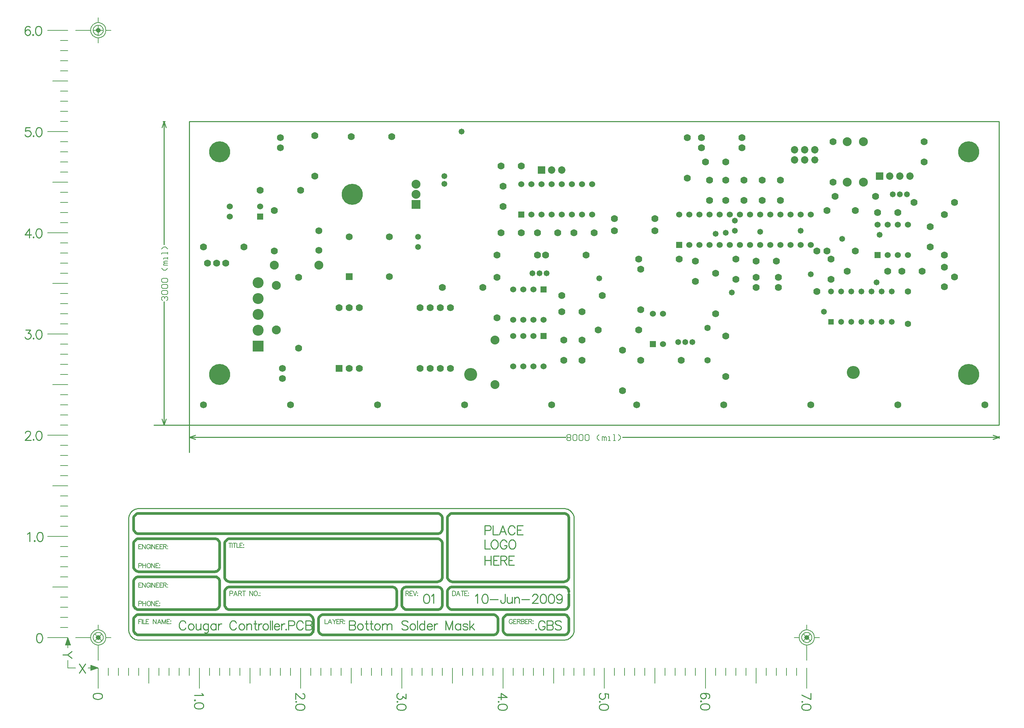
<source format=gbs>
%FSLAX23Y23*%
%MOIN*%
G70*
G01*
G75*
%ADD10C,0.021*%
%ADD11C,0.012*%
%ADD12C,0.035*%
%ADD13C,0.025*%
%ADD14C,0.045*%
%ADD15C,0.055*%
%ADD16C,0.009*%
%ADD17C,0.008*%
%ADD18C,0.010*%
%ADD19C,0.006*%
%ADD20C,0.005*%
%ADD21C,0.060*%
%ADD22C,0.200*%
%ADD23C,0.062*%
%ADD24R,0.062X0.062*%
%ADD25R,0.052X0.052*%
%ADD26C,0.052*%
%ADD27C,0.080*%
%ADD28C,0.055*%
%ADD29R,0.050X0.050*%
%ADD30C,0.050*%
%ADD31C,0.120*%
%ADD32R,0.060X0.060*%
%ADD33R,0.100X0.100*%
%ADD34C,0.100*%
%ADD35R,0.080X0.080*%
%ADD36P,0.065X8X0*%
%ADD37C,0.065*%
%ADD38R,0.065X0.065*%
%ADD39C,0.068*%
%ADD40C,0.208*%
%ADD41C,0.070*%
%ADD42R,0.070X0.070*%
%ADD43C,0.088*%
%ADD44C,0.063*%
%ADD45R,0.058X0.058*%
%ADD46C,0.058*%
%ADD47C,0.128*%
%ADD48R,0.068X0.068*%
%ADD49R,0.108X0.108*%
%ADD50C,0.108*%
%ADD51R,0.088X0.088*%
%ADD52P,0.073X8X0*%
%ADD53C,0.073*%
%ADD54R,0.073X0.073*%
D13*
X10453Y5923D02*
X10452Y5932D01*
X10449Y5942D01*
X10445Y5950D01*
X10439Y5957D01*
X10431Y5964D01*
X10423Y5968D01*
X10414Y5971D01*
X10404Y5972D01*
X9303D02*
X9293Y5971D01*
X9284Y5968D01*
X9275Y5963D01*
X9268Y5957D01*
X9262Y5950D01*
X9257Y5941D01*
X9254Y5932D01*
X9253Y5922D01*
X10403Y6022D02*
X10413Y6023D01*
X10422Y6026D01*
X10431Y6030D01*
X10438Y6036D01*
X10445Y6044D01*
X10449Y6053D01*
X10452Y6062D01*
X10453Y6072D01*
X9253D02*
X9254Y6062D01*
X9257Y6053D01*
X9262Y6044D01*
X9268Y6036D01*
X9275Y6030D01*
X9284Y6026D01*
X9293Y6023D01*
X9303Y6022D01*
X10453Y6648D02*
X10452Y6658D01*
X10449Y6667D01*
X10445Y6676D01*
X10438Y6683D01*
X10430Y6689D01*
X10422Y6694D01*
X10412Y6696D01*
X10402Y6697D01*
X10403Y5747D02*
X10413Y5748D01*
X10422Y5751D01*
X10431Y5755D01*
X10438Y5761D01*
X10445Y5769D01*
X10449Y5778D01*
X10452Y5787D01*
X10453Y5797D01*
X10453Y5648D02*
X10452Y5657D01*
X10449Y5667D01*
X10444Y5675D01*
X10438Y5682D01*
X10431Y5689D01*
X10422Y5693D01*
X10413Y5696D01*
X10403Y5697D01*
Y5497D02*
X10413Y5498D01*
X10422Y5501D01*
X10431Y5505D01*
X10438Y5511D01*
X10445Y5519D01*
X10449Y5528D01*
X10452Y5537D01*
X10453Y5547D01*
X9153Y5747D02*
X9163Y5748D01*
X9172Y5751D01*
X9181Y5755D01*
X9188Y5761D01*
X9195Y5769D01*
X9199Y5778D01*
X9202Y5787D01*
X9203Y5797D01*
X9253Y5796D02*
X9254Y5786D01*
X9257Y5777D01*
X9262Y5768D01*
X9268Y5761D01*
X9275Y5755D01*
X9284Y5750D01*
X9293Y5748D01*
X9303Y5747D01*
X9203Y5923D02*
X9202Y5932D01*
X9199Y5942D01*
X9195Y5950D01*
X9189Y5957D01*
X9181Y5964D01*
X9173Y5968D01*
X9164Y5971D01*
X9154Y5972D01*
X6153Y5547D02*
X6154Y5537D01*
X6157Y5528D01*
X6161Y5519D01*
X6167Y5512D01*
X6175Y5506D01*
X6183Y5501D01*
X6193Y5498D01*
X6202Y5497D01*
X9154Y6022D02*
X9164Y6023D01*
X9173Y6026D01*
X9181Y6031D01*
X9189Y6037D01*
X9195Y6044D01*
X9199Y6053D01*
X9202Y6062D01*
X9203Y6072D01*
X6203Y5697D02*
X6193Y5696D01*
X6184Y5693D01*
X6175Y5688D01*
X6168Y5682D01*
X6162Y5675D01*
X6157Y5666D01*
X6154Y5657D01*
X6153Y5647D01*
X9203Y6397D02*
X9202Y6407D01*
X9199Y6416D01*
X9195Y6425D01*
X9188Y6432D01*
X9181Y6438D01*
X9172Y6443D01*
X9163Y6446D01*
X9153Y6447D01*
Y6497D02*
X9163Y6498D01*
X9172Y6501D01*
X9181Y6505D01*
X9188Y6511D01*
X9195Y6519D01*
X9199Y6528D01*
X9202Y6537D01*
X9203Y6547D01*
X9303Y6697D02*
X9293Y6696D01*
X9284Y6693D01*
X9275Y6688D01*
X9268Y6682D01*
X9262Y6675D01*
X9257Y6666D01*
X9254Y6657D01*
X9253Y6647D01*
X9203D02*
X9202Y6657D01*
X9199Y6666D01*
X9195Y6675D01*
X9188Y6682D01*
X9181Y6688D01*
X9172Y6693D01*
X9163Y6696D01*
X9153Y6697D01*
X6203D02*
X6193Y6696D01*
X6184Y6693D01*
X6175Y6688D01*
X6168Y6682D01*
X6162Y6675D01*
X6157Y6666D01*
X6154Y6657D01*
X6153Y6647D01*
Y6547D02*
X6154Y6537D01*
X6157Y6528D01*
X6162Y6519D01*
X6168Y6511D01*
X6175Y6505D01*
X6184Y6501D01*
X6193Y6498D01*
X6203Y6497D01*
Y6447D02*
X6193Y6446D01*
X6184Y6443D01*
X6175Y6438D01*
X6168Y6432D01*
X6162Y6425D01*
X6157Y6416D01*
X6154Y6407D01*
X6153Y6397D01*
Y6172D02*
X6154Y6162D01*
X6157Y6153D01*
X6162Y6144D01*
X6168Y6136D01*
X6175Y6130D01*
X6184Y6126D01*
X6193Y6123D01*
X6203Y6122D01*
Y6072D02*
X6193Y6071D01*
X6184Y6068D01*
X6175Y6063D01*
X6168Y6057D01*
X6162Y6050D01*
X6157Y6041D01*
X6154Y6032D01*
X6153Y6022D01*
Y5797D02*
X6154Y5787D01*
X6157Y5778D01*
X6161Y5769D01*
X6167Y5762D01*
X6175Y5756D01*
X6183Y5751D01*
X6193Y5748D01*
X6202Y5747D01*
X7103Y6447D02*
X7093Y6446D01*
X7084Y6443D01*
X7075Y6438D01*
X7068Y6432D01*
X7062Y6425D01*
X7057Y6416D01*
X7054Y6407D01*
X7053Y6397D01*
X7103Y5972D02*
X7093Y5971D01*
X7084Y5968D01*
X7075Y5963D01*
X7068Y5957D01*
X7062Y5950D01*
X7057Y5941D01*
X7054Y5932D01*
X7053Y5922D01*
X8851Y5972D02*
X8841Y5971D01*
X8832Y5968D01*
X8824Y5963D01*
X8816Y5957D01*
X8810Y5949D01*
X8806Y5940D01*
X8804Y5931D01*
X8803Y5921D01*
X8803Y5798D02*
X8804Y5788D01*
X8807Y5778D01*
X8812Y5770D01*
X8818Y5762D01*
X8825Y5756D01*
X8834Y5751D01*
X8843Y5748D01*
X8853Y5747D01*
X8704Y5747D02*
X8714Y5748D01*
X8723Y5751D01*
X8732Y5755D01*
X8739Y5761D01*
X8745Y5769D01*
X8750Y5778D01*
X8752Y5787D01*
X8753Y5797D01*
X8753Y5923D02*
X8752Y5932D01*
X8749Y5942D01*
X8745Y5950D01*
X8739Y5957D01*
X8731Y5964D01*
X8723Y5968D01*
X8714Y5971D01*
X8704Y5972D01*
X6954Y5747D02*
X6964Y5748D01*
X6973Y5751D01*
X6981Y5755D01*
X6989Y5761D01*
X6995Y5769D01*
X6999Y5777D01*
X7002Y5786D01*
X7003Y5796D01*
X7053D02*
X7054Y5786D01*
X7057Y5777D01*
X7061Y5769D01*
X7067Y5761D01*
X7075Y5755D01*
X7083Y5751D01*
X7093Y5748D01*
X7102Y5747D01*
X7053Y6071D02*
X7054Y6061D01*
X7057Y6052D01*
X7061Y6044D01*
X7067Y6036D01*
X7075Y6030D01*
X7083Y6026D01*
X7093Y6023D01*
X7102Y6022D01*
X7003Y6023D02*
X7002Y6033D01*
X6999Y6042D01*
X6995Y6051D01*
X6988Y6058D01*
X6980Y6064D01*
X6972Y6069D01*
X6962Y6071D01*
X6952Y6072D01*
X6955Y6122D02*
X6964Y6123D01*
X6973Y6125D01*
X6982Y6130D01*
X6989Y6136D01*
X6995Y6143D01*
X6999Y6151D01*
X7002Y6160D01*
X7003Y6170D01*
Y6398D02*
X7002Y6407D01*
X6999Y6417D01*
X6995Y6425D01*
X6989Y6432D01*
X6981Y6439D01*
X6973Y6443D01*
X6964Y6446D01*
X6954Y6447D01*
X9853Y5697D02*
X9843Y5696D01*
X9834Y5693D01*
X9825Y5688D01*
X9818Y5682D01*
X9812Y5675D01*
X9807Y5666D01*
X9804Y5657D01*
X9803Y5647D01*
Y5546D02*
X9804Y5536D01*
X9807Y5527D01*
X9812Y5518D01*
X9818Y5511D01*
X9825Y5505D01*
X9834Y5500D01*
X9843Y5498D01*
X9853Y5497D01*
X9704Y5497D02*
X9714Y5498D01*
X9723Y5500D01*
X9732Y5505D01*
X9739Y5511D01*
X9745Y5519D01*
X9750Y5527D01*
X9752Y5537D01*
X9753Y5546D01*
X9753Y5647D02*
X9752Y5657D01*
X9749Y5666D01*
X9745Y5675D01*
X9738Y5682D01*
X9731Y5688D01*
X9722Y5693D01*
X9713Y5696D01*
X9703Y5697D01*
X7978Y5547D02*
X7979Y5537D01*
X7982Y5528D01*
X7986Y5519D01*
X7992Y5512D01*
X8000Y5506D01*
X8008Y5501D01*
X8018Y5498D01*
X8027Y5497D01*
X8028Y5697D02*
X8018Y5696D01*
X8009Y5693D01*
X8000Y5688D01*
X7993Y5682D01*
X7987Y5675D01*
X7982Y5666D01*
X7979Y5657D01*
X7978Y5647D01*
X7879Y5497D02*
X7889Y5498D01*
X7898Y5500D01*
X7907Y5505D01*
X7914Y5511D01*
X7920Y5519D01*
X7925Y5527D01*
X7927Y5537D01*
X7928Y5546D01*
X7928Y5647D02*
X7927Y5657D01*
X7924Y5666D01*
X7920Y5675D01*
X7913Y5682D01*
X7906Y5688D01*
X7897Y5693D01*
X7888Y5696D01*
X7878Y5697D01*
X8028Y5497D02*
X9703D01*
X6203D02*
X7878D01*
X6203Y5697D02*
X7878D01*
X8028D02*
X9703D01*
X9853Y5497D02*
X10403D01*
X9853Y5697D02*
X10403D01*
X6203Y6697D02*
X9153D01*
X6203Y5747D02*
X6953D01*
X6203Y6072D02*
X6953D01*
X6203Y6122D02*
X6953D01*
X6203Y6447D02*
X6953D01*
X6203Y6497D02*
X9153D01*
X7103Y6447D02*
X9153D01*
X7103Y5972D02*
X8703D01*
X7103Y5747D02*
X8703D01*
X8853D02*
X9153D01*
X8853Y5972D02*
X9153D01*
X9303Y5747D02*
X10403D01*
X9303Y6697D02*
X10403D01*
X7103Y6022D02*
X9153D01*
X9303D02*
X10403D01*
X9303Y5972D02*
X10403D01*
X7928Y5547D02*
Y5647D01*
X7978Y5547D02*
Y5647D01*
X9753Y5547D02*
Y5647D01*
X9803Y5547D02*
Y5647D01*
X6153Y5797D02*
Y6022D01*
X7003Y5797D02*
Y6022D01*
X6153Y6172D02*
Y6397D01*
X7003Y6172D02*
Y6397D01*
X6153Y6547D02*
Y6647D01*
X9203Y6547D02*
Y6647D01*
Y6072D02*
Y6397D01*
X7053Y6072D02*
Y6397D01*
X8753Y5797D02*
Y5922D01*
X7053Y5797D02*
Y5922D01*
X8803Y5797D02*
Y5922D01*
X9203Y5797D02*
Y5922D01*
X10453Y5547D02*
Y5647D01*
Y5797D02*
Y5897D01*
X6153Y5547D02*
Y5647D01*
X9253Y6072D02*
Y6647D01*
X10453Y6072D02*
Y6647D01*
X9253Y5797D02*
Y5922D01*
D16*
X10127Y5555D02*
X10123Y5551D01*
X10127Y5547D01*
X10132Y5551D01*
X10127Y5555D01*
X10216Y5615D02*
X10211Y5624D01*
X10203Y5633D01*
X10194Y5637D01*
X10177D01*
X10169Y5633D01*
X10160Y5624D01*
X10156Y5615D01*
X10151Y5603D01*
Y5581D01*
X10156Y5568D01*
X10160Y5560D01*
X10169Y5551D01*
X10177Y5547D01*
X10194D01*
X10203Y5551D01*
X10211Y5560D01*
X10216Y5568D01*
Y5581D01*
X10194D02*
X10216D01*
X10236Y5637D02*
Y5547D01*
Y5637D02*
X10275D01*
X10288Y5633D01*
X10292Y5628D01*
X10296Y5620D01*
Y5611D01*
X10292Y5603D01*
X10288Y5598D01*
X10275Y5594D01*
X10236D02*
X10275D01*
X10288Y5590D01*
X10292Y5585D01*
X10296Y5577D01*
Y5564D01*
X10292Y5555D01*
X10288Y5551D01*
X10275Y5547D01*
X10236D01*
X10376Y5624D02*
X10368Y5633D01*
X10355Y5637D01*
X10338D01*
X10325Y5633D01*
X10316Y5624D01*
Y5615D01*
X10321Y5607D01*
X10325Y5603D01*
X10334Y5598D01*
X10359Y5590D01*
X10368Y5585D01*
X10372Y5581D01*
X10376Y5573D01*
Y5560D01*
X10368Y5551D01*
X10355Y5547D01*
X10338D01*
X10325Y5551D01*
X10316Y5560D01*
X5130Y11499D02*
X5125Y11507D01*
X5112Y11512D01*
X5104D01*
X5091Y11507D01*
X5082Y11495D01*
X5078Y11473D01*
Y11452D01*
X5082Y11435D01*
X5091Y11426D01*
X5104Y11422D01*
X5108D01*
X5121Y11426D01*
X5130Y11435D01*
X5134Y11448D01*
Y11452D01*
X5130Y11465D01*
X5121Y11473D01*
X5108Y11478D01*
X5104D01*
X5091Y11473D01*
X5082Y11465D01*
X5078Y11452D01*
X5158Y11430D02*
X5154Y11426D01*
X5158Y11422D01*
X5162Y11426D01*
X5158Y11430D01*
X5208Y11512D02*
X5195Y11507D01*
X5186Y11495D01*
X5182Y11473D01*
Y11460D01*
X5186Y11439D01*
X5195Y11426D01*
X5208Y11422D01*
X5216D01*
X5229Y11426D01*
X5238Y11439D01*
X5242Y11460D01*
Y11473D01*
X5238Y11495D01*
X5229Y11507D01*
X5216Y11512D01*
X5208D01*
X5121Y9512D02*
X5078Y9452D01*
X5142D01*
X5121Y9512D02*
Y9422D01*
X5163Y9430D02*
X5158Y9426D01*
X5163Y9422D01*
X5167Y9426D01*
X5163Y9430D01*
X5212Y9512D02*
X5199Y9507D01*
X5191Y9495D01*
X5187Y9473D01*
Y9460D01*
X5191Y9439D01*
X5199Y9426D01*
X5212Y9422D01*
X5221D01*
X5234Y9426D01*
X5242Y9439D01*
X5247Y9460D01*
Y9473D01*
X5242Y9495D01*
X5234Y9507D01*
X5221Y9512D01*
X5212D01*
X5082Y7490D02*
Y7495D01*
X5087Y7503D01*
X5091Y7508D01*
X5100Y7512D01*
X5117D01*
X5125Y7508D01*
X5130Y7503D01*
X5134Y7495D01*
Y7486D01*
X5130Y7478D01*
X5121Y7465D01*
X5078Y7422D01*
X5138D01*
X5163Y7430D02*
X5158Y7426D01*
X5163Y7422D01*
X5167Y7426D01*
X5163Y7430D01*
X5212Y7512D02*
X5199Y7508D01*
X5191Y7495D01*
X5187Y7473D01*
Y7460D01*
X5191Y7439D01*
X5199Y7426D01*
X5212Y7422D01*
X5221D01*
X5234Y7426D01*
X5242Y7439D01*
X5247Y7460D01*
Y7473D01*
X5242Y7495D01*
X5234Y7508D01*
X5221Y7512D01*
X5212D01*
X5216Y5512D02*
X5203Y5508D01*
X5195Y5495D01*
X5191Y5473D01*
Y5460D01*
X5195Y5439D01*
X5203Y5426D01*
X5216Y5422D01*
X5225D01*
X5238Y5426D01*
X5246Y5439D01*
X5251Y5460D01*
Y5473D01*
X5246Y5495D01*
X5238Y5508D01*
X5225Y5512D01*
X5216D01*
X5103Y6495D02*
X5112Y6499D01*
X5125Y6512D01*
Y6422D01*
X5173Y6430D02*
X5169Y6426D01*
X5173Y6422D01*
X5178Y6426D01*
X5173Y6430D01*
X5223Y6512D02*
X5210Y6508D01*
X5202Y6495D01*
X5197Y6473D01*
Y6460D01*
X5202Y6439D01*
X5210Y6426D01*
X5223Y6422D01*
X5232D01*
X5245Y6426D01*
X5253Y6439D01*
X5257Y6460D01*
Y6473D01*
X5253Y6495D01*
X5245Y6508D01*
X5232Y6512D01*
X5223D01*
X5087Y8512D02*
X5134D01*
X5108Y8478D01*
X5121D01*
X5130Y8473D01*
X5134Y8469D01*
X5138Y8456D01*
Y8448D01*
X5134Y8435D01*
X5125Y8426D01*
X5112Y8422D01*
X5100D01*
X5087Y8426D01*
X5082Y8430D01*
X5078Y8439D01*
X5163Y8430D02*
X5158Y8426D01*
X5163Y8422D01*
X5167Y8426D01*
X5163Y8430D01*
X5212Y8512D02*
X5199Y8507D01*
X5191Y8495D01*
X5187Y8473D01*
Y8460D01*
X5191Y8439D01*
X5199Y8426D01*
X5212Y8422D01*
X5221D01*
X5234Y8426D01*
X5242Y8439D01*
X5247Y8460D01*
Y8473D01*
X5242Y8495D01*
X5234Y8507D01*
X5221Y8512D01*
X5212D01*
X5130Y10512D02*
X5087D01*
X5082Y10473D01*
X5087Y10478D01*
X5100Y10482D01*
X5112D01*
X5125Y10478D01*
X5134Y10469D01*
X5138Y10456D01*
Y10448D01*
X5134Y10435D01*
X5125Y10426D01*
X5112Y10422D01*
X5100D01*
X5087Y10426D01*
X5082Y10430D01*
X5078Y10439D01*
X5163Y10430D02*
X5158Y10426D01*
X5163Y10422D01*
X5167Y10426D01*
X5163Y10430D01*
X5212Y10512D02*
X5199Y10507D01*
X5191Y10495D01*
X5187Y10473D01*
Y10460D01*
X5191Y10439D01*
X5199Y10426D01*
X5212Y10422D01*
X5221D01*
X5234Y10426D01*
X5242Y10439D01*
X5247Y10460D01*
Y10473D01*
X5242Y10495D01*
X5234Y10507D01*
X5221Y10512D01*
X5212D01*
X12843Y4862D02*
X12753Y4905D01*
X12843Y4922D02*
Y4862D01*
X12762Y4837D02*
X12757Y4842D01*
X12753Y4837D01*
X12757Y4833D01*
X12762Y4837D01*
X12843Y4788D02*
X12839Y4801D01*
X12826Y4809D01*
X12805Y4813D01*
X12792D01*
X12770Y4809D01*
X12757Y4801D01*
X12753Y4788D01*
Y4779D01*
X12757Y4766D01*
X12770Y4758D01*
X12792Y4753D01*
X12805D01*
X12826Y4758D01*
X12839Y4766D01*
X12843Y4779D01*
Y4788D01*
X10843Y4870D02*
Y4913D01*
X10805Y4918D01*
X10809Y4913D01*
X10813Y4900D01*
Y4888D01*
X10809Y4875D01*
X10800Y4866D01*
X10787Y4862D01*
X10779D01*
X10766Y4866D01*
X10757Y4875D01*
X10753Y4888D01*
Y4900D01*
X10757Y4913D01*
X10762Y4918D01*
X10770Y4922D01*
X10762Y4837D02*
X10757Y4842D01*
X10753Y4837D01*
X10757Y4833D01*
X10762Y4837D01*
X10843Y4788D02*
X10839Y4801D01*
X10826Y4809D01*
X10805Y4813D01*
X10792D01*
X10770Y4809D01*
X10757Y4801D01*
X10753Y4788D01*
Y4779D01*
X10757Y4766D01*
X10770Y4758D01*
X10792Y4753D01*
X10805D01*
X10826Y4758D01*
X10839Y4766D01*
X10843Y4779D01*
Y4788D01*
X8843Y4913D02*
Y4866D01*
X8809Y4892D01*
Y4879D01*
X8805Y4870D01*
X8800Y4866D01*
X8787Y4862D01*
X8779D01*
X8766Y4866D01*
X8757Y4875D01*
X8753Y4888D01*
Y4900D01*
X8757Y4913D01*
X8762Y4918D01*
X8770Y4922D01*
X8762Y4837D02*
X8757Y4842D01*
X8753Y4837D01*
X8757Y4833D01*
X8762Y4837D01*
X8843Y4788D02*
X8839Y4801D01*
X8826Y4809D01*
X8805Y4813D01*
X8792D01*
X8770Y4809D01*
X8757Y4801D01*
X8753Y4788D01*
Y4779D01*
X8757Y4766D01*
X8770Y4758D01*
X8792Y4753D01*
X8805D01*
X8826Y4758D01*
X8839Y4766D01*
X8843Y4779D01*
Y4788D01*
X6826Y4922D02*
X6830Y4913D01*
X6843Y4900D01*
X6753D01*
X6762Y4852D02*
X6757Y4856D01*
X6753Y4852D01*
X6757Y4847D01*
X6762Y4852D01*
X6843Y4802D02*
X6839Y4815D01*
X6826Y4823D01*
X6805Y4828D01*
X6792D01*
X6770Y4823D01*
X6757Y4815D01*
X6753Y4802D01*
Y4793D01*
X6757Y4780D01*
X6770Y4772D01*
X6792Y4768D01*
X6805D01*
X6826Y4772D01*
X6839Y4780D01*
X6843Y4793D01*
Y4802D01*
X5843Y4896D02*
X5839Y4909D01*
X5826Y4918D01*
X5805Y4922D01*
X5792D01*
X5770Y4918D01*
X5757Y4909D01*
X5753Y4896D01*
Y4888D01*
X5757Y4875D01*
X5770Y4866D01*
X5792Y4862D01*
X5805D01*
X5826Y4866D01*
X5839Y4875D01*
X5843Y4888D01*
Y4896D01*
X7822Y4918D02*
X7826D01*
X7835Y4913D01*
X7839Y4909D01*
X7843Y4900D01*
Y4883D01*
X7839Y4875D01*
X7835Y4870D01*
X7826Y4866D01*
X7817D01*
X7809Y4870D01*
X7796Y4879D01*
X7753Y4922D01*
Y4862D01*
X7762Y4837D02*
X7757Y4842D01*
X7753Y4837D01*
X7757Y4833D01*
X7762Y4837D01*
X7843Y4788D02*
X7839Y4801D01*
X7826Y4809D01*
X7805Y4813D01*
X7792D01*
X7770Y4809D01*
X7757Y4801D01*
X7753Y4788D01*
Y4779D01*
X7757Y4766D01*
X7770Y4758D01*
X7792Y4753D01*
X7805D01*
X7826Y4758D01*
X7839Y4766D01*
X7843Y4779D01*
Y4788D01*
X9843Y4879D02*
X9783Y4922D01*
Y4858D01*
X9843Y4879D02*
X9753D01*
X9762Y4837D02*
X9757Y4842D01*
X9753Y4837D01*
X9757Y4833D01*
X9762Y4837D01*
X9843Y4788D02*
X9839Y4801D01*
X9826Y4809D01*
X9805Y4813D01*
X9792D01*
X9770Y4809D01*
X9757Y4801D01*
X9753Y4788D01*
Y4779D01*
X9757Y4766D01*
X9770Y4758D01*
X9792Y4753D01*
X9805D01*
X9826Y4758D01*
X9839Y4766D01*
X9843Y4779D01*
Y4788D01*
X11830Y4870D02*
X11839Y4875D01*
X11843Y4888D01*
Y4896D01*
X11839Y4909D01*
X11826Y4918D01*
X11805Y4922D01*
X11783D01*
X11766Y4918D01*
X11757Y4909D01*
X11753Y4896D01*
Y4892D01*
X11757Y4879D01*
X11766Y4870D01*
X11779Y4866D01*
X11783D01*
X11796Y4870D01*
X11805Y4879D01*
X11809Y4892D01*
Y4896D01*
X11805Y4909D01*
X11796Y4918D01*
X11783Y4922D01*
X11762Y4842D02*
X11757Y4846D01*
X11753Y4842D01*
X11757Y4838D01*
X11762Y4842D01*
X11843Y4792D02*
X11839Y4805D01*
X11826Y4814D01*
X11805Y4818D01*
X11792D01*
X11770Y4814D01*
X11757Y4805D01*
X11753Y4792D01*
Y4784D01*
X11757Y4771D01*
X11770Y4762D01*
X11792Y4758D01*
X11805D01*
X11826Y4762D01*
X11839Y4771D01*
X11843Y4784D01*
Y4792D01*
X5616Y5212D02*
X5676Y5122D01*
Y5212D02*
X5616Y5122D01*
X5543Y5334D02*
X5500Y5300D01*
X5453D01*
X5543Y5266D02*
X5500Y5300D01*
X9528Y5882D02*
X9537Y5886D01*
X9550Y5899D01*
Y5809D01*
X9620Y5899D02*
X9607Y5895D01*
X9598Y5882D01*
X9594Y5861D01*
Y5848D01*
X9598Y5826D01*
X9607Y5814D01*
X9620Y5809D01*
X9628D01*
X9641Y5814D01*
X9650Y5826D01*
X9654Y5848D01*
Y5861D01*
X9650Y5882D01*
X9641Y5895D01*
X9628Y5899D01*
X9620D01*
X9674Y5848D02*
X9751D01*
X9821Y5899D02*
Y5831D01*
X9816Y5818D01*
X9812Y5814D01*
X9804Y5809D01*
X9795D01*
X9786Y5814D01*
X9782Y5818D01*
X9778Y5831D01*
Y5839D01*
X9844Y5869D02*
Y5826D01*
X9848Y5814D01*
X9857Y5809D01*
X9870D01*
X9878Y5814D01*
X9891Y5826D01*
Y5869D02*
Y5809D01*
X9915Y5869D02*
Y5809D01*
Y5852D02*
X9927Y5865D01*
X9936Y5869D01*
X9949D01*
X9957Y5865D01*
X9962Y5852D01*
Y5809D01*
X9985Y5848D02*
X10062D01*
X10093Y5878D02*
Y5882D01*
X10098Y5891D01*
X10102Y5895D01*
X10110Y5899D01*
X10128D01*
X10136Y5895D01*
X10140Y5891D01*
X10145Y5882D01*
Y5874D01*
X10140Y5865D01*
X10132Y5852D01*
X10089Y5809D01*
X10149D01*
X10195Y5899D02*
X10182Y5895D01*
X10173Y5882D01*
X10169Y5861D01*
Y5848D01*
X10173Y5826D01*
X10182Y5814D01*
X10195Y5809D01*
X10203D01*
X10216Y5814D01*
X10225Y5826D01*
X10229Y5848D01*
Y5861D01*
X10225Y5882D01*
X10216Y5895D01*
X10203Y5899D01*
X10195D01*
X10275D02*
X10262Y5895D01*
X10254Y5882D01*
X10249Y5861D01*
Y5848D01*
X10254Y5826D01*
X10262Y5814D01*
X10275Y5809D01*
X10284D01*
X10296Y5814D01*
X10305Y5826D01*
X10309Y5848D01*
Y5861D01*
X10305Y5882D01*
X10296Y5895D01*
X10284Y5899D01*
X10275D01*
X10385Y5869D02*
X10381Y5856D01*
X10372Y5848D01*
X10359Y5844D01*
X10355D01*
X10342Y5848D01*
X10334Y5856D01*
X10329Y5869D01*
Y5874D01*
X10334Y5886D01*
X10342Y5895D01*
X10355Y5899D01*
X10359D01*
X10372Y5895D01*
X10381Y5886D01*
X10385Y5869D01*
Y5848D01*
X10381Y5826D01*
X10372Y5814D01*
X10359Y5809D01*
X10351D01*
X10338Y5814D01*
X10334Y5822D01*
X9623Y6277D02*
Y6187D01*
X9683Y6277D02*
Y6187D01*
X9623Y6234D02*
X9683D01*
X9764Y6277D02*
X9708D01*
Y6187D01*
X9764D01*
X9708Y6234D02*
X9742D01*
X9779Y6277D02*
Y6187D01*
Y6277D02*
X9817D01*
X9830Y6273D01*
X9834Y6268D01*
X9839Y6260D01*
Y6251D01*
X9834Y6243D01*
X9830Y6238D01*
X9817Y6234D01*
X9779D01*
X9809D02*
X9839Y6187D01*
X9914Y6277D02*
X9859D01*
Y6187D01*
X9914D01*
X9859Y6234D02*
X9893D01*
X9623Y6437D02*
Y6347D01*
X9675D01*
X9710Y6437D02*
X9702Y6432D01*
X9693Y6424D01*
X9689Y6415D01*
X9684Y6403D01*
Y6381D01*
X9689Y6368D01*
X9693Y6360D01*
X9702Y6351D01*
X9710Y6347D01*
X9727D01*
X9736Y6351D01*
X9744Y6360D01*
X9749Y6368D01*
X9753Y6381D01*
Y6403D01*
X9749Y6415D01*
X9744Y6424D01*
X9736Y6432D01*
X9727Y6437D01*
X9710D01*
X9838Y6415D02*
X9834Y6424D01*
X9825Y6432D01*
X9817Y6437D01*
X9800D01*
X9791Y6432D01*
X9783Y6424D01*
X9778Y6415D01*
X9774Y6403D01*
Y6381D01*
X9778Y6368D01*
X9783Y6360D01*
X9791Y6351D01*
X9800Y6347D01*
X9817D01*
X9825Y6351D01*
X9834Y6360D01*
X9838Y6368D01*
Y6381D01*
X9817D02*
X9838D01*
X9884Y6437D02*
X9876Y6432D01*
X9867Y6424D01*
X9863Y6415D01*
X9859Y6403D01*
Y6381D01*
X9863Y6368D01*
X9867Y6360D01*
X9876Y6351D01*
X9884Y6347D01*
X9902D01*
X9910Y6351D01*
X9919Y6360D01*
X9923Y6368D01*
X9927Y6381D01*
Y6403D01*
X9923Y6415D01*
X9919Y6424D01*
X9910Y6432D01*
X9902Y6437D01*
X9884D01*
X9623Y6530D02*
X9662D01*
X9675Y6534D01*
X9679Y6538D01*
X9683Y6547D01*
Y6560D01*
X9679Y6568D01*
X9675Y6573D01*
X9662Y6577D01*
X9623D01*
Y6487D01*
X9703Y6577D02*
Y6487D01*
X9755D01*
X9833D02*
X9799Y6577D01*
X9765Y6487D01*
X9777Y6517D02*
X9820D01*
X9918Y6555D02*
X9914Y6564D01*
X9905Y6573D01*
X9897Y6577D01*
X9880D01*
X9871Y6573D01*
X9863Y6564D01*
X9858Y6555D01*
X9854Y6543D01*
Y6521D01*
X9858Y6508D01*
X9863Y6500D01*
X9871Y6491D01*
X9880Y6487D01*
X9897D01*
X9905Y6491D01*
X9914Y6500D01*
X9918Y6508D01*
X9999Y6577D02*
X9944D01*
Y6487D01*
X9999D01*
X9944Y6534D02*
X9978D01*
X9041Y5899D02*
X9028Y5895D01*
X9020Y5882D01*
X9016Y5861D01*
Y5848D01*
X9020Y5826D01*
X9028Y5814D01*
X9041Y5809D01*
X9050D01*
X9063Y5814D01*
X9071Y5826D01*
X9076Y5848D01*
Y5861D01*
X9071Y5882D01*
X9063Y5895D01*
X9050Y5899D01*
X9041D01*
X9096Y5882D02*
X9104Y5886D01*
X9117Y5899D01*
Y5809D01*
X8283Y5637D02*
Y5547D01*
Y5637D02*
X8322D01*
X8335Y5633D01*
X8339Y5628D01*
X8343Y5620D01*
Y5611D01*
X8339Y5603D01*
X8335Y5598D01*
X8322Y5594D01*
X8283D02*
X8322D01*
X8335Y5590D01*
X8339Y5585D01*
X8343Y5577D01*
Y5564D01*
X8339Y5555D01*
X8335Y5551D01*
X8322Y5547D01*
X8283D01*
X8385Y5607D02*
X8376Y5603D01*
X8368Y5594D01*
X8363Y5581D01*
Y5573D01*
X8368Y5560D01*
X8376Y5551D01*
X8385Y5547D01*
X8398D01*
X8406Y5551D01*
X8415Y5560D01*
X8419Y5573D01*
Y5581D01*
X8415Y5594D01*
X8406Y5603D01*
X8398Y5607D01*
X8385D01*
X8452Y5637D02*
Y5564D01*
X8456Y5551D01*
X8464Y5547D01*
X8473D01*
X8439Y5607D02*
X8469D01*
X8499Y5637D02*
Y5564D01*
X8503Y5551D01*
X8512Y5547D01*
X8520D01*
X8486Y5607D02*
X8516D01*
X8554D02*
X8546Y5603D01*
X8537Y5594D01*
X8533Y5581D01*
Y5573D01*
X8537Y5560D01*
X8546Y5551D01*
X8554Y5547D01*
X8567D01*
X8576Y5551D01*
X8584Y5560D01*
X8589Y5573D01*
Y5581D01*
X8584Y5594D01*
X8576Y5603D01*
X8567Y5607D01*
X8554D01*
X8608D02*
Y5547D01*
Y5590D02*
X8621Y5603D01*
X8630Y5607D01*
X8643D01*
X8651Y5603D01*
X8655Y5590D01*
Y5547D01*
Y5590D02*
X8668Y5603D01*
X8677Y5607D01*
X8690D01*
X8698Y5603D01*
X8703Y5590D01*
Y5547D01*
X8862Y5624D02*
X8853Y5633D01*
X8840Y5637D01*
X8823D01*
X8810Y5633D01*
X8802Y5624D01*
Y5615D01*
X8806Y5607D01*
X8810Y5603D01*
X8819Y5598D01*
X8844Y5590D01*
X8853Y5585D01*
X8857Y5581D01*
X8862Y5573D01*
Y5560D01*
X8853Y5551D01*
X8840Y5547D01*
X8823D01*
X8810Y5551D01*
X8802Y5560D01*
X8903Y5607D02*
X8895Y5603D01*
X8886Y5594D01*
X8882Y5581D01*
Y5573D01*
X8886Y5560D01*
X8895Y5551D01*
X8903Y5547D01*
X8916D01*
X8925Y5551D01*
X8933Y5560D01*
X8937Y5573D01*
Y5581D01*
X8933Y5594D01*
X8925Y5603D01*
X8916Y5607D01*
X8903D01*
X8957Y5637D02*
Y5547D01*
X9027Y5637D02*
Y5547D01*
Y5594D02*
X9019Y5603D01*
X9010Y5607D01*
X8997D01*
X8989Y5603D01*
X8980Y5594D01*
X8976Y5581D01*
Y5573D01*
X8980Y5560D01*
X8989Y5551D01*
X8997Y5547D01*
X9010D01*
X9019Y5551D01*
X9027Y5560D01*
X9051Y5581D02*
X9103D01*
Y5590D01*
X9099Y5598D01*
X9094Y5603D01*
X9086Y5607D01*
X9073D01*
X9064Y5603D01*
X9056Y5594D01*
X9051Y5581D01*
Y5573D01*
X9056Y5560D01*
X9064Y5551D01*
X9073Y5547D01*
X9086D01*
X9094Y5551D01*
X9103Y5560D01*
X9122Y5607D02*
Y5547D01*
Y5581D02*
X9126Y5594D01*
X9135Y5603D01*
X9144Y5607D01*
X9156D01*
X9235Y5637D02*
Y5547D01*
Y5637D02*
X9269Y5547D01*
X9304Y5637D02*
X9269Y5547D01*
X9304Y5637D02*
Y5547D01*
X9381Y5607D02*
Y5547D01*
Y5594D02*
X9372Y5603D01*
X9364Y5607D01*
X9351D01*
X9342Y5603D01*
X9334Y5594D01*
X9329Y5581D01*
Y5573D01*
X9334Y5560D01*
X9342Y5551D01*
X9351Y5547D01*
X9364D01*
X9372Y5551D01*
X9381Y5560D01*
X9452Y5594D02*
X9448Y5603D01*
X9435Y5607D01*
X9422D01*
X9409Y5603D01*
X9405Y5594D01*
X9409Y5585D01*
X9418Y5581D01*
X9439Y5577D01*
X9448Y5573D01*
X9452Y5564D01*
Y5560D01*
X9448Y5551D01*
X9435Y5547D01*
X9422D01*
X9409Y5551D01*
X9405Y5560D01*
X9471Y5637D02*
Y5547D01*
X9514Y5607D02*
X9471Y5564D01*
X9488Y5581D02*
X9518Y5547D01*
X6667Y5615D02*
X6663Y5624D01*
X6655Y5633D01*
X6646Y5637D01*
X6629D01*
X6620Y5633D01*
X6612Y5624D01*
X6607Y5615D01*
X6603Y5603D01*
Y5581D01*
X6607Y5568D01*
X6612Y5560D01*
X6620Y5551D01*
X6629Y5547D01*
X6646D01*
X6655Y5551D01*
X6663Y5560D01*
X6667Y5568D01*
X6714Y5607D02*
X6706Y5603D01*
X6697Y5594D01*
X6693Y5581D01*
Y5573D01*
X6697Y5560D01*
X6706Y5551D01*
X6714Y5547D01*
X6727D01*
X6736Y5551D01*
X6744Y5560D01*
X6748Y5573D01*
Y5581D01*
X6744Y5594D01*
X6736Y5603D01*
X6727Y5607D01*
X6714D01*
X6768D02*
Y5564D01*
X6772Y5551D01*
X6781Y5547D01*
X6794D01*
X6802Y5551D01*
X6815Y5564D01*
Y5607D02*
Y5547D01*
X6890Y5607D02*
Y5538D01*
X6886Y5525D01*
X6882Y5521D01*
X6873Y5517D01*
X6860D01*
X6852Y5521D01*
X6890Y5594D02*
X6882Y5603D01*
X6873Y5607D01*
X6860D01*
X6852Y5603D01*
X6843Y5594D01*
X6839Y5581D01*
Y5573D01*
X6843Y5560D01*
X6852Y5551D01*
X6860Y5547D01*
X6873D01*
X6882Y5551D01*
X6890Y5560D01*
X6966Y5607D02*
Y5547D01*
Y5594D02*
X6957Y5603D01*
X6948Y5607D01*
X6936D01*
X6927Y5603D01*
X6918Y5594D01*
X6914Y5581D01*
Y5573D01*
X6918Y5560D01*
X6927Y5551D01*
X6936Y5547D01*
X6948D01*
X6957Y5551D01*
X6966Y5560D01*
X6990Y5607D02*
Y5547D01*
Y5581D02*
X6994Y5594D01*
X7002Y5603D01*
X7011Y5607D01*
X7024D01*
X7167Y5615D02*
X7163Y5624D01*
X7154Y5633D01*
X7146Y5637D01*
X7128D01*
X7120Y5633D01*
X7111Y5624D01*
X7107Y5615D01*
X7103Y5603D01*
Y5581D01*
X7107Y5568D01*
X7111Y5560D01*
X7120Y5551D01*
X7128Y5547D01*
X7146D01*
X7154Y5551D01*
X7163Y5560D01*
X7167Y5568D01*
X7214Y5607D02*
X7205Y5603D01*
X7197Y5594D01*
X7192Y5581D01*
Y5573D01*
X7197Y5560D01*
X7205Y5551D01*
X7214Y5547D01*
X7227D01*
X7235Y5551D01*
X7244Y5560D01*
X7248Y5573D01*
Y5581D01*
X7244Y5594D01*
X7235Y5603D01*
X7227Y5607D01*
X7214D01*
X7268D02*
Y5547D01*
Y5590D02*
X7281Y5603D01*
X7289Y5607D01*
X7302D01*
X7311Y5603D01*
X7315Y5590D01*
Y5547D01*
X7351Y5637D02*
Y5564D01*
X7356Y5551D01*
X7364Y5547D01*
X7373D01*
X7338Y5607D02*
X7368D01*
X7386D02*
Y5547D01*
Y5581D02*
X7390Y5594D01*
X7398Y5603D01*
X7407Y5607D01*
X7420D01*
X7449D02*
X7441Y5603D01*
X7432Y5594D01*
X7428Y5581D01*
Y5573D01*
X7432Y5560D01*
X7441Y5551D01*
X7449Y5547D01*
X7462D01*
X7471Y5551D01*
X7479Y5560D01*
X7484Y5573D01*
Y5581D01*
X7479Y5594D01*
X7471Y5603D01*
X7462Y5607D01*
X7449D01*
X7503Y5637D02*
Y5547D01*
X7522Y5637D02*
Y5547D01*
X7541Y5581D02*
X7592D01*
Y5590D01*
X7588Y5598D01*
X7584Y5603D01*
X7575Y5607D01*
X7562D01*
X7554Y5603D01*
X7545Y5594D01*
X7541Y5581D01*
Y5573D01*
X7545Y5560D01*
X7554Y5551D01*
X7562Y5547D01*
X7575D01*
X7584Y5551D01*
X7592Y5560D01*
X7612Y5607D02*
Y5547D01*
Y5581D02*
X7616Y5594D01*
X7625Y5603D01*
X7633Y5607D01*
X7646D01*
X7658Y5555D02*
X7654Y5551D01*
X7658Y5547D01*
X7663Y5551D01*
X7658Y5555D01*
X7682Y5590D02*
X7721D01*
X7734Y5594D01*
X7738Y5598D01*
X7742Y5607D01*
Y5620D01*
X7738Y5628D01*
X7734Y5633D01*
X7721Y5637D01*
X7682D01*
Y5547D01*
X7827Y5615D02*
X7823Y5624D01*
X7814Y5633D01*
X7805Y5637D01*
X7788D01*
X7780Y5633D01*
X7771Y5624D01*
X7767Y5615D01*
X7763Y5603D01*
Y5581D01*
X7767Y5568D01*
X7771Y5560D01*
X7780Y5551D01*
X7788Y5547D01*
X7805D01*
X7814Y5551D01*
X7823Y5560D01*
X7827Y5568D01*
X7852Y5637D02*
Y5547D01*
Y5637D02*
X7891D01*
X7904Y5633D01*
X7908Y5628D01*
X7912Y5620D01*
Y5611D01*
X7908Y5603D01*
X7904Y5598D01*
X7891Y5594D01*
X7852D02*
X7891D01*
X7904Y5590D01*
X7908Y5585D01*
X7912Y5577D01*
Y5564D01*
X7908Y5555D01*
X7904Y5551D01*
X7891Y5547D01*
X7852D01*
D17*
X12853Y5472D02*
X12852Y5482D01*
X12849Y5492D01*
X12844Y5500D01*
X12838Y5508D01*
X12830Y5514D01*
X12820Y5519D01*
X12811Y5521D01*
X12801Y5522D01*
X12791Y5520D01*
X12781Y5517D01*
X12773Y5511D01*
X12765Y5504D01*
X12759Y5496D01*
X12755Y5487D01*
X12753Y5477D01*
Y5467D01*
X12755Y5457D01*
X12759Y5448D01*
X12765Y5439D01*
X12773Y5432D01*
X12781Y5427D01*
X12791Y5423D01*
X12801Y5422D01*
X12811Y5422D01*
X12820Y5425D01*
X12830Y5429D01*
X12838Y5436D01*
X12844Y5443D01*
X12849Y5452D01*
X12852Y5462D01*
X12853Y5472D01*
X12878D02*
X12877Y5482D01*
X12875Y5492D01*
X12872Y5501D01*
X12868Y5510D01*
X12862Y5518D01*
X12855Y5526D01*
X12848Y5532D01*
X12839Y5538D01*
X12830Y5542D01*
X12821Y5545D01*
X12811Y5546D01*
X12801Y5547D01*
X12791Y5546D01*
X12781Y5543D01*
X12772Y5540D01*
X12763Y5535D01*
X12755Y5529D01*
X12748Y5522D01*
X12741Y5514D01*
X12736Y5506D01*
X12732Y5496D01*
X12730Y5487D01*
X12728Y5477D01*
Y5467D01*
X12730Y5457D01*
X12732Y5447D01*
X12736Y5438D01*
X12741Y5429D01*
X12748Y5421D01*
X12755Y5415D01*
X12763Y5409D01*
X12772Y5404D01*
X12781Y5400D01*
X12791Y5398D01*
X12801Y5397D01*
X12811Y5397D01*
X12821Y5399D01*
X12830Y5402D01*
X12839Y5406D01*
X12848Y5411D01*
X12855Y5418D01*
X12862Y5425D01*
X12868Y5434D01*
X12872Y5443D01*
X12875Y5452D01*
X12877Y5462D01*
X12878Y5472D01*
X12806D02*
X12801D01*
X12806D01*
X12808D02*
X12801Y5476D01*
Y5467D01*
X12808Y5472D01*
X12823D02*
X12821Y5481D01*
X12814Y5488D01*
X12806Y5492D01*
X12796Y5490D01*
X12788Y5485D01*
X12784Y5477D01*
Y5467D01*
X12788Y5459D01*
X12796Y5453D01*
X12806Y5452D01*
X12814Y5455D01*
X12821Y5462D01*
X12823Y5472D01*
X12818D02*
X12815Y5481D01*
X12806Y5487D01*
X12796Y5485D01*
X12789Y5477D01*
Y5467D01*
X12796Y5459D01*
X12806Y5457D01*
X12815Y5462D01*
X12818Y5472D01*
X12813D02*
X12808Y5480D01*
X12798D01*
X12793Y5472D01*
X12798Y5463D01*
X12808D01*
X12813Y5472D01*
X5878Y11472D02*
X5877Y11482D01*
X5875Y11492D01*
X5872Y11501D01*
X5868Y11510D01*
X5862Y11518D01*
X5855Y11526D01*
X5848Y11532D01*
X5839Y11538D01*
X5830Y11542D01*
X5821Y11545D01*
X5811Y11546D01*
X5801Y11547D01*
X5791Y11546D01*
X5781Y11543D01*
X5772Y11540D01*
X5763Y11535D01*
X5755Y11529D01*
X5747Y11522D01*
X5741Y11514D01*
X5736Y11506D01*
X5732Y11496D01*
X5730Y11487D01*
X5728Y11477D01*
Y11467D01*
X5730Y11457D01*
X5732Y11447D01*
X5736Y11438D01*
X5741Y11429D01*
X5747Y11421D01*
X5755Y11415D01*
X5763Y11409D01*
X5772Y11404D01*
X5781Y11400D01*
X5791Y11398D01*
X5801Y11397D01*
X5811Y11397D01*
X5821Y11399D01*
X5830Y11402D01*
X5839Y11406D01*
X5848Y11411D01*
X5855Y11418D01*
X5862Y11425D01*
X5868Y11434D01*
X5872Y11443D01*
X5875Y11452D01*
X5877Y11462D01*
X5878Y11472D01*
X5806D02*
X5801D01*
X5806D01*
X5808D02*
X5801Y11476D01*
Y11467D01*
X5808Y11472D01*
X5813D02*
X5808Y11480D01*
X5798D01*
X5793Y11472D01*
X5798Y11463D01*
X5808D01*
X5813Y11472D01*
X5818D02*
X5815Y11481D01*
X5806Y11487D01*
X5796Y11485D01*
X5789Y11477D01*
Y11467D01*
X5796Y11459D01*
X5806Y11457D01*
X5815Y11462D01*
X5818Y11472D01*
X5823D02*
X5821Y11481D01*
X5814Y11488D01*
X5806Y11492D01*
X5796Y11491D01*
X5788Y11485D01*
X5784Y11477D01*
Y11467D01*
X5788Y11459D01*
X5796Y11453D01*
X5806Y11452D01*
X5814Y11455D01*
X5821Y11463D01*
X5823Y11472D01*
X5853D02*
X5852Y11482D01*
X5849Y11492D01*
X5844Y11500D01*
X5838Y11508D01*
X5830Y11514D01*
X5820Y11519D01*
X5811Y11521D01*
X5801Y11522D01*
X5791Y11520D01*
X5781Y11517D01*
X5773Y11511D01*
X5765Y11504D01*
X5759Y11496D01*
X5755Y11487D01*
X5753Y11477D01*
Y11467D01*
X5755Y11457D01*
X5759Y11448D01*
X5765Y11439D01*
X5773Y11432D01*
X5781Y11427D01*
X5791Y11423D01*
X5801Y11422D01*
X5811Y11422D01*
X5820Y11425D01*
X5830Y11429D01*
X5838Y11436D01*
X5844Y11443D01*
X5849Y11452D01*
X5852Y11462D01*
X5853Y11472D01*
X5853Y5472D02*
X5852Y5482D01*
X5849Y5492D01*
X5844Y5500D01*
X5838Y5508D01*
X5830Y5514D01*
X5820Y5519D01*
X5811Y5521D01*
X5801Y5522D01*
X5791Y5520D01*
X5781Y5517D01*
X5773Y5511D01*
X5765Y5504D01*
X5759Y5496D01*
X5755Y5487D01*
X5753Y5477D01*
Y5467D01*
X5755Y5457D01*
X5759Y5448D01*
X5765Y5439D01*
X5773Y5432D01*
X5781Y5427D01*
X5791Y5423D01*
X5801Y5422D01*
X5811Y5422D01*
X5820Y5425D01*
X5830Y5429D01*
X5838Y5436D01*
X5844Y5443D01*
X5849Y5452D01*
X5852Y5462D01*
X5853Y5472D01*
X5878D02*
X5877Y5482D01*
X5875Y5492D01*
X5872Y5501D01*
X5868Y5510D01*
X5862Y5518D01*
X5855Y5526D01*
X5848Y5532D01*
X5839Y5538D01*
X5830Y5542D01*
X5821Y5545D01*
X5811Y5546D01*
X5801Y5547D01*
X5791Y5546D01*
X5781Y5543D01*
X5772Y5540D01*
X5763Y5535D01*
X5755Y5529D01*
X5748Y5522D01*
X5741Y5514D01*
X5736Y5506D01*
X5732Y5496D01*
X5730Y5487D01*
X5728Y5477D01*
Y5467D01*
X5730Y5457D01*
X5732Y5447D01*
X5736Y5438D01*
X5741Y5429D01*
X5748Y5421D01*
X5755Y5415D01*
X5763Y5409D01*
X5772Y5404D01*
X5781Y5400D01*
X5791Y5398D01*
X5801Y5397D01*
X5811Y5397D01*
X5821Y5399D01*
X5830Y5402D01*
X5839Y5406D01*
X5848Y5411D01*
X5855Y5418D01*
X5862Y5425D01*
X5868Y5434D01*
X5872Y5443D01*
X5875Y5452D01*
X5877Y5462D01*
X5878Y5472D01*
X5806D02*
X5801D01*
X5806D01*
X5808D02*
X5801Y5476D01*
Y5467D01*
X5808Y5472D01*
X5823D02*
X5821Y5481D01*
X5814Y5488D01*
X5806Y5492D01*
X5796Y5490D01*
X5788Y5485D01*
X5784Y5477D01*
Y5467D01*
X5788Y5459D01*
X5796Y5453D01*
X5806Y5452D01*
X5814Y5455D01*
X5821Y5462D01*
X5823Y5472D01*
X5813D02*
X5808Y5480D01*
X5798D01*
X5793Y5472D01*
X5798Y5463D01*
X5808D01*
X5813Y5472D01*
X5818D02*
X5815Y5481D01*
X5806Y5487D01*
X5796Y5485D01*
X5789Y5477D01*
Y5467D01*
X5796Y5459D01*
X5806Y5457D01*
X5815Y5462D01*
X5818Y5472D01*
X5878D02*
X5928D01*
X5578D02*
X5728D01*
X5503Y5172D02*
X5578D01*
X5478Y5397D02*
X5528D01*
X5489Y5405D02*
X5518D01*
X5494Y5408D02*
X5513D01*
X5484Y5401D02*
X5523D01*
X5499Y5412D02*
X5508D01*
X5703Y5172D02*
X5728D01*
X5303Y5472D02*
X5503D01*
X5428Y5572D02*
X5503D01*
X5428Y5672D02*
X5503D01*
X5428Y5772D02*
X5503D01*
X5428Y5872D02*
X5503D01*
X5353Y5972D02*
X5503D01*
X5428Y6072D02*
X5503D01*
X5428Y6172D02*
X5503D01*
X5428Y6272D02*
X5503D01*
X5428Y6372D02*
X5503D01*
X5303Y6472D02*
X5503D01*
X5428Y6572D02*
X5503D01*
X5428Y6672D02*
X5503D01*
X5428Y6772D02*
X5503D01*
X5428Y6872D02*
X5503D01*
X5353Y6972D02*
X5503D01*
X5428Y7072D02*
X5503D01*
X5428Y7172D02*
X5503D01*
X5428Y7272D02*
X5503D01*
X5428Y7372D02*
X5503D01*
X5303Y7472D02*
X5503D01*
X5428Y7572D02*
X5503D01*
X5428Y7672D02*
X5503D01*
X5428Y7772D02*
X5503D01*
X5428Y7872D02*
X5503D01*
X5353Y7972D02*
X5503D01*
X5428Y8072D02*
X5503D01*
X5428Y8172D02*
X5503D01*
X5428Y8272D02*
X5503D01*
X5428Y8372D02*
X5503D01*
X5303Y8472D02*
X5503D01*
X5428Y8572D02*
X5503D01*
X5428Y8672D02*
X5503D01*
X5428Y8772D02*
X5503D01*
X5428Y8872D02*
X5503D01*
X5353Y8972D02*
X5503D01*
X5428Y9072D02*
X5503D01*
X5428Y9172D02*
X5503D01*
X5428Y9272D02*
X5503D01*
X5428Y9372D02*
X5503D01*
X5303Y9472D02*
X5503D01*
X5428Y9572D02*
X5503D01*
X5428Y9672D02*
X5503D01*
X5428Y9772D02*
X5503D01*
X5428Y9872D02*
X5503D01*
X5353Y9972D02*
X5503D01*
X5428Y10072D02*
X5503D01*
X5428Y10172D02*
X5503D01*
X5428Y10272D02*
X5503D01*
X5428Y10372D02*
X5503D01*
X5303Y10472D02*
X5503D01*
X5428Y10572D02*
X5503D01*
X5428Y10672D02*
X5503D01*
X5428Y10772D02*
X5503D01*
X5428Y10872D02*
X5503D01*
X5353Y10972D02*
X5503D01*
X5428Y11072D02*
X5503D01*
X5428Y11172D02*
X5503D01*
X5428Y11272D02*
X5503D01*
X5428Y11372D02*
X5503D01*
X5303Y11472D02*
X5503D01*
X5803D02*
X5853D01*
X5753D02*
X5803D01*
X5578D02*
X5728D01*
X5878D02*
X5928D01*
X12678Y5472D02*
X12728D01*
X12878D02*
X12928D01*
X5803Y5247D02*
Y5397D01*
Y5547D02*
Y5597D01*
X5503Y5172D02*
Y5247D01*
X5728Y5147D02*
Y5197D01*
X5736Y5157D02*
Y5186D01*
X5503Y5372D02*
Y5397D01*
X5740Y5162D02*
Y5181D01*
X5733Y5152D02*
Y5191D01*
X5743Y5167D02*
Y5176D01*
X5803Y4972D02*
Y5172D01*
X5903Y5097D02*
Y5172D01*
X6003Y5097D02*
Y5172D01*
X6103Y5097D02*
Y5172D01*
X6203Y5097D02*
Y5172D01*
X6303Y5022D02*
Y5172D01*
X6403Y5097D02*
Y5172D01*
X6503Y5097D02*
Y5172D01*
X6603Y5097D02*
Y5172D01*
X6703Y5097D02*
Y5172D01*
X6803Y4972D02*
Y5172D01*
X6903Y5097D02*
Y5172D01*
X7003Y5097D02*
Y5172D01*
X7103Y5097D02*
Y5172D01*
X7203Y5097D02*
Y5172D01*
X7303Y5022D02*
Y5172D01*
X7403Y5097D02*
Y5172D01*
X7503Y5097D02*
Y5172D01*
X7603Y5097D02*
Y5172D01*
X7703Y5097D02*
Y5172D01*
X7803Y4972D02*
Y5172D01*
X7903Y5097D02*
Y5172D01*
X8003Y5097D02*
Y5172D01*
X8103Y5097D02*
Y5172D01*
X8203Y5097D02*
Y5172D01*
X8303Y5022D02*
Y5172D01*
X8403Y5097D02*
Y5172D01*
X8503Y5097D02*
Y5172D01*
X8603Y5097D02*
Y5172D01*
X8703Y5097D02*
Y5172D01*
X8803Y4972D02*
Y5172D01*
X8903Y5097D02*
Y5172D01*
X9003Y5097D02*
Y5172D01*
X9103Y5097D02*
Y5172D01*
X9203Y5097D02*
Y5172D01*
X9303Y5022D02*
Y5172D01*
X9403Y5097D02*
Y5172D01*
X9503Y5097D02*
Y5172D01*
X9603Y5097D02*
Y5172D01*
X9703Y5097D02*
Y5172D01*
X9803Y4972D02*
Y5172D01*
X9903Y5097D02*
Y5172D01*
X10003Y5097D02*
Y5172D01*
X10103Y5097D02*
Y5172D01*
X10203Y5097D02*
Y5172D01*
X10303Y5022D02*
Y5172D01*
X10403Y5097D02*
Y5172D01*
X10503Y5097D02*
Y5172D01*
X10603Y5097D02*
Y5172D01*
X10703Y5097D02*
Y5172D01*
X10803Y4972D02*
Y5172D01*
X10903Y5097D02*
Y5172D01*
X11003Y5097D02*
Y5172D01*
X11103Y5097D02*
Y5172D01*
X11203Y5097D02*
Y5172D01*
X11303Y5022D02*
Y5172D01*
X11403Y5097D02*
Y5172D01*
X11503Y5097D02*
Y5172D01*
X11603Y5097D02*
Y5172D01*
X11703Y5097D02*
Y5172D01*
X11803Y4972D02*
Y5172D01*
X11903Y5097D02*
Y5172D01*
X12003Y5097D02*
Y5172D01*
X12103Y5097D02*
Y5172D01*
X12203Y5097D02*
Y5172D01*
X12303Y5022D02*
Y5172D01*
X12403Y5097D02*
Y5172D01*
X12503Y5097D02*
Y5172D01*
X12603Y5097D02*
Y5172D01*
X12703Y5097D02*
Y5172D01*
X12803Y4972D02*
Y5172D01*
X5803Y11422D02*
Y11472D01*
Y11522D01*
Y11547D02*
Y11597D01*
Y11347D02*
Y11397D01*
X12803Y5547D02*
Y5597D01*
Y5247D02*
Y5397D01*
X5803Y5472D02*
X5838Y5507D01*
X5768Y5437D02*
X5803Y5472D01*
X12768Y5437D02*
X12803Y5472D01*
X12838Y5507D01*
X5803Y5472D02*
X5838Y5437D01*
X5768Y5507D02*
X5803Y5472D01*
X12803D02*
X12838Y5437D01*
X12768Y5507D02*
X12803Y5472D01*
X5728Y5147D02*
X5803Y5172D01*
X5728Y5197D02*
X5803Y5172D01*
X5736Y5186D02*
X5779Y5172D01*
X5736Y5157D02*
X5779Y5172D01*
X5503Y5472D02*
X5528Y5397D01*
X5478D02*
X5503Y5472D01*
X5489Y5405D02*
X5503Y5448D01*
X5518Y5405D01*
X5494Y5408D02*
X5503Y5436D01*
X5513Y5408D01*
X5484Y5401D02*
X5503Y5459D01*
X5523Y5401D01*
X5499Y5412D02*
X5503Y5425D01*
X5508Y5412D01*
X5740Y5181D02*
X5768Y5172D01*
X5740Y5162D02*
X5768Y5172D01*
X5733Y5191D02*
X5791Y5172D01*
X5733Y5152D02*
X5791Y5172D01*
X5743Y5176D02*
X5756Y5172D01*
X5743Y5167D02*
X5756Y5172D01*
D18*
X6203Y6747D02*
X6193Y6746D01*
X6184Y6745D01*
X6174Y6742D01*
X6165Y6739D01*
X6156Y6735D01*
X6148Y6730D01*
X6140Y6724D01*
X6132Y6718D01*
X6126Y6710D01*
X6120Y6702D01*
X6115Y6694D01*
X6111Y6685D01*
X6107Y6676D01*
X6105Y6666D01*
X6104Y6657D01*
X6103Y6647D01*
Y5548D02*
X6104Y5538D01*
X6105Y5528D01*
X6107Y5519D01*
X6111Y5510D01*
X6115Y5501D01*
X6120Y5492D01*
X6126Y5484D01*
X6132Y5477D01*
X6139Y5470D01*
X6147Y5464D01*
X6155Y5459D01*
X6164Y5455D01*
X6173Y5452D01*
X6183Y5449D01*
X6193Y5447D01*
X6202Y5447D01*
X10403Y5447D02*
X10413Y5447D01*
X10423Y5449D01*
X10432Y5451D01*
X10441Y5454D01*
X10450Y5459D01*
X10459Y5464D01*
X10467Y5470D01*
X10474Y5476D01*
X10480Y5483D01*
X10486Y5491D01*
X10491Y5500D01*
X10496Y5509D01*
X10499Y5518D01*
X10501Y5527D01*
X10503Y5537D01*
X10503Y5547D01*
Y6647D02*
X10503Y6657D01*
X10501Y6666D01*
X10499Y6676D01*
X10496Y6685D01*
X10491Y6694D01*
X10486Y6702D01*
X10480Y6710D01*
X10474Y6718D01*
X10467Y6724D01*
X10459Y6730D01*
X10450Y6735D01*
X10441Y6739D01*
X10432Y6742D01*
X10423Y6745D01*
X10413Y6746D01*
X10403Y6747D01*
X6353Y7572D02*
X6703D01*
X6443Y10572D02*
X6463D01*
X6443Y7572D02*
X6463D01*
X6453Y10572D02*
X6473Y10512D01*
X6433D02*
X6453Y10572D01*
Y7572D02*
X6473Y7632D01*
X6433D02*
X6453Y7572D01*
Y9353D02*
Y10572D01*
Y7572D02*
Y8791D01*
X6703Y7302D02*
Y7572D01*
X14703Y7442D02*
Y7462D01*
X6703Y7442D02*
Y7462D01*
X14643Y7432D02*
X14703Y7452D01*
X14643Y7472D02*
X14703Y7452D01*
X6703D02*
X6763Y7432D01*
X6703Y7452D02*
X6763Y7472D01*
X10984Y7452D02*
X14703D01*
X6703D02*
X10422D01*
X6703Y7572D02*
X14703D01*
X6703Y10572D02*
X14703D01*
Y7572D02*
Y10572D01*
X6703Y7572D02*
Y10572D01*
X6203Y5447D02*
X10403D01*
X6203Y6747D02*
X10403D01*
X10503Y5547D02*
Y6647D01*
X6103Y5547D02*
Y6647D01*
D19*
X6439Y8801D02*
X6429Y8811D01*
Y8831D01*
X6439Y8841D01*
X6449D01*
X6459Y8831D01*
Y8821D01*
Y8831D01*
X6469Y8841D01*
X6479D01*
X6489Y8831D01*
Y8811D01*
X6479Y8801D01*
X6439Y8861D02*
X6429Y8871D01*
Y8891D01*
X6439Y8901D01*
X6479D01*
X6489Y8891D01*
Y8871D01*
X6479Y8861D01*
X6439D01*
Y8921D02*
X6429Y8931D01*
Y8951D01*
X6439Y8961D01*
X6479D01*
X6489Y8951D01*
Y8931D01*
X6479Y8921D01*
X6439D01*
Y8981D02*
X6429Y8991D01*
Y9011D01*
X6439Y9021D01*
X6479D01*
X6489Y9011D01*
Y8991D01*
X6479Y8981D01*
X6439D01*
X6489Y9121D02*
X6469Y9101D01*
X6449D01*
X6429Y9121D01*
X6489Y9151D02*
X6449D01*
Y9161D01*
X6459Y9171D01*
X6489D01*
X6459D01*
X6449Y9181D01*
X6459Y9191D01*
X6489D01*
Y9211D02*
Y9231D01*
Y9221D01*
X6449D01*
Y9211D01*
X6489Y9261D02*
Y9281D01*
Y9271D01*
X6429D01*
Y9261D01*
X6489Y9311D02*
X6469Y9331D01*
X6449D01*
X6429Y9311D01*
X10432Y7466D02*
X10442Y7476D01*
X10462D01*
X10472Y7466D01*
Y7456D01*
X10462Y7446D01*
X10472Y7436D01*
Y7426D01*
X10462Y7416D01*
X10442D01*
X10432Y7426D01*
Y7436D01*
X10442Y7446D01*
X10432Y7456D01*
Y7466D01*
X10442Y7446D02*
X10462D01*
X10492Y7466D02*
X10502Y7476D01*
X10522D01*
X10532Y7466D01*
Y7426D01*
X10522Y7416D01*
X10502D01*
X10492Y7426D01*
Y7466D01*
X10552D02*
X10562Y7476D01*
X10582D01*
X10592Y7466D01*
Y7426D01*
X10582Y7416D01*
X10562D01*
X10552Y7426D01*
Y7466D01*
X10612D02*
X10622Y7476D01*
X10642D01*
X10652Y7466D01*
Y7426D01*
X10642Y7416D01*
X10622D01*
X10612Y7426D01*
Y7466D01*
X10752Y7416D02*
X10732Y7436D01*
Y7456D01*
X10752Y7476D01*
X10782Y7416D02*
Y7456D01*
X10792D01*
X10802Y7446D01*
Y7416D01*
Y7446D01*
X10812Y7456D01*
X10822Y7446D01*
Y7416D01*
X10842D02*
X10862D01*
X10852D01*
Y7456D01*
X10842D01*
X10892Y7416D02*
X10912D01*
X10902D01*
Y7476D01*
X10892D01*
X10942Y7416D02*
X10962Y7436D01*
Y7456D01*
X10942Y7476D01*
D20*
X9303Y5929D02*
Y5884D01*
Y5929D02*
X9318D01*
X9325Y5927D01*
X9329Y5923D01*
X9331Y5919D01*
X9333Y5912D01*
Y5901D01*
X9331Y5895D01*
X9329Y5891D01*
X9325Y5886D01*
X9318Y5884D01*
X9303D01*
X9377D02*
X9360Y5929D01*
X9343Y5884D01*
X9350Y5899D02*
X9371D01*
X9403Y5929D02*
Y5884D01*
X9388Y5929D02*
X9418D01*
X9451D02*
X9423D01*
Y5884D01*
X9451D01*
X9423Y5908D02*
X9440D01*
X9461Y5914D02*
X9459Y5912D01*
X9461Y5910D01*
X9463Y5912D01*
X9461Y5914D01*
Y5889D02*
X9459Y5886D01*
X9461Y5884D01*
X9463Y5886D01*
X9461Y5889D01*
X8841Y5929D02*
Y5884D01*
Y5929D02*
X8860D01*
X8866Y5927D01*
X8868Y5925D01*
X8871Y5921D01*
Y5916D01*
X8868Y5912D01*
X8866Y5910D01*
X8860Y5908D01*
X8841D01*
X8856D02*
X8871Y5884D01*
X8909Y5929D02*
X8881D01*
Y5884D01*
X8909D01*
X8881Y5908D02*
X8898D01*
X8916Y5929D02*
X8933Y5884D01*
X8950Y5929D02*
X8933Y5884D01*
X8958Y5914D02*
X8956Y5912D01*
X8958Y5910D01*
X8960Y5912D01*
X8958Y5914D01*
Y5889D02*
X8956Y5886D01*
X8958Y5884D01*
X8960Y5886D01*
X8958Y5889D01*
X6203Y6181D02*
X6222D01*
X6229Y6183D01*
X6231Y6185D01*
X6233Y6189D01*
Y6196D01*
X6231Y6200D01*
X6229Y6202D01*
X6222Y6204D01*
X6203D01*
Y6159D01*
X6243Y6204D02*
Y6159D01*
X6273Y6204D02*
Y6159D01*
X6243Y6183D02*
X6273D01*
X6298Y6204D02*
X6294Y6202D01*
X6290Y6198D01*
X6288Y6194D01*
X6286Y6187D01*
Y6176D01*
X6288Y6170D01*
X6290Y6166D01*
X6294Y6161D01*
X6298Y6159D01*
X6307D01*
X6311Y6161D01*
X6316Y6166D01*
X6318Y6170D01*
X6320Y6176D01*
Y6187D01*
X6318Y6194D01*
X6316Y6198D01*
X6311Y6202D01*
X6307Y6204D01*
X6298D01*
X6330D02*
Y6159D01*
Y6204D02*
X6360Y6159D01*
Y6204D02*
Y6159D01*
X6401Y6204D02*
X6373D01*
Y6159D01*
X6401D01*
X6373Y6183D02*
X6390D01*
X6410Y6189D02*
X6408Y6187D01*
X6410Y6185D01*
X6412Y6187D01*
X6410Y6189D01*
Y6164D02*
X6408Y6161D01*
X6410Y6159D01*
X6412Y6161D01*
X6410Y6164D01*
X6203Y5806D02*
X6222D01*
X6229Y5808D01*
X6231Y5810D01*
X6233Y5814D01*
Y5821D01*
X6231Y5825D01*
X6229Y5827D01*
X6222Y5829D01*
X6203D01*
Y5784D01*
X6243Y5829D02*
Y5784D01*
X6273Y5829D02*
Y5784D01*
X6243Y5808D02*
X6273D01*
X6298Y5829D02*
X6294Y5827D01*
X6290Y5823D01*
X6288Y5819D01*
X6286Y5812D01*
Y5801D01*
X6288Y5795D01*
X6290Y5791D01*
X6294Y5786D01*
X6298Y5784D01*
X6307D01*
X6311Y5786D01*
X6316Y5791D01*
X6318Y5795D01*
X6320Y5801D01*
Y5812D01*
X6318Y5819D01*
X6316Y5823D01*
X6311Y5827D01*
X6307Y5829D01*
X6298D01*
X6330D02*
Y5784D01*
Y5829D02*
X6360Y5784D01*
Y5829D02*
Y5784D01*
X6401Y5829D02*
X6373D01*
Y5784D01*
X6401D01*
X6373Y5808D02*
X6390D01*
X6410Y5814D02*
X6408Y5812D01*
X6410Y5810D01*
X6412Y5812D01*
X6410Y5814D01*
Y5789D02*
X6408Y5786D01*
X6410Y5784D01*
X6412Y5786D01*
X6410Y5789D01*
X8043Y5652D02*
Y5607D01*
X8069D01*
X8108D02*
X8091Y5652D01*
X8074Y5607D01*
X8080Y5622D02*
X8102D01*
X8119Y5652D02*
X8136Y5630D01*
Y5607D01*
X8153Y5652D02*
X8136Y5630D01*
X8186Y5652D02*
X8159D01*
Y5607D01*
X8186D01*
X8159Y5630D02*
X8176D01*
X8194Y5652D02*
Y5607D01*
Y5652D02*
X8213D01*
X8220Y5650D01*
X8222Y5648D01*
X8224Y5643D01*
Y5639D01*
X8222Y5635D01*
X8220Y5633D01*
X8213Y5630D01*
X8194D01*
X8209D02*
X8224Y5607D01*
X8236Y5637D02*
X8234Y5635D01*
X8236Y5633D01*
X8238Y5635D01*
X8236Y5637D01*
Y5611D02*
X8234Y5609D01*
X8236Y5607D01*
X8238Y5609D01*
X8236Y5611D01*
X6231Y6392D02*
X6203D01*
Y6347D01*
X6231D01*
X6203Y6370D02*
X6220D01*
X6238Y6392D02*
Y6347D01*
Y6392D02*
X6268Y6347D01*
Y6392D02*
Y6347D01*
X6313Y6381D02*
X6311Y6385D01*
X6307Y6390D01*
X6302Y6392D01*
X6294D01*
X6289Y6390D01*
X6285Y6385D01*
X6283Y6381D01*
X6281Y6375D01*
Y6364D01*
X6283Y6358D01*
X6285Y6353D01*
X6289Y6349D01*
X6294Y6347D01*
X6302D01*
X6307Y6349D01*
X6311Y6353D01*
X6313Y6358D01*
Y6364D01*
X6302D02*
X6313D01*
X6323Y6392D02*
Y6347D01*
X6333Y6392D02*
Y6347D01*
Y6392D02*
X6363Y6347D01*
Y6392D02*
Y6347D01*
X6403Y6392D02*
X6375D01*
Y6347D01*
X6403D01*
X6375Y6370D02*
X6392D01*
X6438Y6392D02*
X6411D01*
Y6347D01*
X6438D01*
X6411Y6370D02*
X6428D01*
X6446Y6392D02*
Y6347D01*
Y6392D02*
X6465D01*
X6472Y6390D01*
X6474Y6388D01*
X6476Y6383D01*
Y6379D01*
X6474Y6375D01*
X6472Y6373D01*
X6465Y6370D01*
X6446D01*
X6461D02*
X6476Y6347D01*
X6488Y6377D02*
X6486Y6375D01*
X6488Y6373D01*
X6490Y6375D01*
X6488Y6377D01*
Y6351D02*
X6486Y6349D01*
X6488Y6347D01*
X6490Y6349D01*
X6488Y6351D01*
X7103Y5906D02*
X7122D01*
X7129Y5908D01*
X7131Y5910D01*
X7133Y5914D01*
Y5921D01*
X7131Y5925D01*
X7129Y5927D01*
X7122Y5929D01*
X7103D01*
Y5884D01*
X7177D02*
X7160Y5929D01*
X7143Y5884D01*
X7150Y5899D02*
X7171D01*
X7188Y5929D02*
Y5884D01*
Y5929D02*
X7207D01*
X7214Y5927D01*
X7216Y5925D01*
X7218Y5921D01*
Y5916D01*
X7216Y5912D01*
X7214Y5910D01*
X7207Y5908D01*
X7188D01*
X7203D02*
X7218Y5884D01*
X7243Y5929D02*
Y5884D01*
X7228Y5929D02*
X7258D01*
X7299D02*
Y5884D01*
Y5929D02*
X7329Y5884D01*
Y5929D02*
Y5884D01*
X7354Y5929D02*
X7350Y5927D01*
X7345Y5923D01*
X7343Y5919D01*
X7341Y5912D01*
Y5901D01*
X7343Y5895D01*
X7345Y5891D01*
X7350Y5886D01*
X7354Y5884D01*
X7363D01*
X7367Y5886D01*
X7371Y5891D01*
X7373Y5895D01*
X7375Y5901D01*
Y5912D01*
X7373Y5919D01*
X7371Y5923D01*
X7367Y5927D01*
X7363Y5929D01*
X7354D01*
X7388Y5889D02*
X7386Y5886D01*
X7388Y5884D01*
X7390Y5886D01*
X7388Y5889D01*
X7402Y5914D02*
X7400Y5912D01*
X7402Y5910D01*
X7404Y5912D01*
X7402Y5914D01*
Y5889D02*
X7400Y5886D01*
X7402Y5884D01*
X7404Y5886D01*
X7402Y5889D01*
X7106Y6404D02*
Y6359D01*
X7091Y6404D02*
X7121D01*
X7126D02*
Y6359D01*
X7150Y6404D02*
Y6359D01*
X7135Y6404D02*
X7165D01*
X7171D02*
Y6359D01*
X7196D01*
X7229Y6404D02*
X7201D01*
Y6359D01*
X7229D01*
X7201Y6383D02*
X7219D01*
X7239Y6389D02*
X7237Y6387D01*
X7239Y6385D01*
X7241Y6387D01*
X7239Y6389D01*
Y6364D02*
X7237Y6361D01*
X7239Y6359D01*
X7241Y6361D01*
X7239Y6364D01*
X6231Y6012D02*
X6203D01*
Y5967D01*
X6231D01*
X6203Y5990D02*
X6220D01*
X6238Y6012D02*
Y5967D01*
Y6012D02*
X6268Y5967D01*
Y6012D02*
Y5967D01*
X6313Y6001D02*
X6311Y6005D01*
X6307Y6010D01*
X6302Y6012D01*
X6294D01*
X6289Y6010D01*
X6285Y6005D01*
X6283Y6001D01*
X6281Y5995D01*
Y5984D01*
X6283Y5978D01*
X6285Y5973D01*
X6289Y5969D01*
X6294Y5967D01*
X6302D01*
X6307Y5969D01*
X6311Y5973D01*
X6313Y5978D01*
Y5984D01*
X6302D02*
X6313D01*
X6323Y6012D02*
Y5967D01*
X6333Y6012D02*
Y5967D01*
Y6012D02*
X6363Y5967D01*
Y6012D02*
Y5967D01*
X6403Y6012D02*
X6375D01*
Y5967D01*
X6403D01*
X6375Y5990D02*
X6392D01*
X6438Y6012D02*
X6411D01*
Y5967D01*
X6438D01*
X6411Y5990D02*
X6428D01*
X6446Y6012D02*
Y5967D01*
Y6012D02*
X6465D01*
X6472Y6010D01*
X6474Y6008D01*
X6476Y6003D01*
Y5999D01*
X6474Y5995D01*
X6472Y5993D01*
X6465Y5990D01*
X6446D01*
X6461D02*
X6476Y5967D01*
X6488Y5997D02*
X6486Y5995D01*
X6488Y5993D01*
X6490Y5995D01*
X6488Y5997D01*
Y5971D02*
X6486Y5969D01*
X6488Y5967D01*
X6490Y5969D01*
X6488Y5971D01*
X6203Y5652D02*
Y5607D01*
Y5652D02*
X6231D01*
X6203Y5630D02*
X6220D01*
X6236Y5652D02*
Y5607D01*
X6246Y5652D02*
Y5607D01*
X6271D01*
X6304Y5652D02*
X6276D01*
Y5607D01*
X6304D01*
X6276Y5630D02*
X6293D01*
X6347Y5652D02*
Y5607D01*
Y5652D02*
X6377Y5607D01*
Y5652D02*
Y5607D01*
X6424D02*
X6406Y5652D01*
X6389Y5607D01*
X6396Y5622D02*
X6417D01*
X6434Y5652D02*
Y5607D01*
Y5652D02*
X6451Y5607D01*
X6468Y5652D02*
X6451Y5607D01*
X6468Y5652D02*
Y5607D01*
X6509Y5652D02*
X6481D01*
Y5607D01*
X6509D01*
X6481Y5630D02*
X6498D01*
X6519Y5637D02*
X6517Y5635D01*
X6519Y5633D01*
X6521Y5635D01*
X6519Y5637D01*
Y5611D02*
X6517Y5609D01*
X6519Y5607D01*
X6521Y5609D01*
X6519Y5611D01*
X9895Y5641D02*
X9893Y5645D01*
X9889Y5650D01*
X9885Y5652D01*
X9876D01*
X9872Y5650D01*
X9867Y5645D01*
X9865Y5641D01*
X9863Y5635D01*
Y5624D01*
X9865Y5618D01*
X9867Y5613D01*
X9872Y5609D01*
X9876Y5607D01*
X9885D01*
X9889Y5609D01*
X9893Y5613D01*
X9895Y5618D01*
Y5624D01*
X9885D02*
X9895D01*
X9933Y5652D02*
X9906D01*
Y5607D01*
X9933D01*
X9906Y5630D02*
X9923D01*
X9941Y5652D02*
Y5607D01*
Y5652D02*
X9960D01*
X9967Y5650D01*
X9969Y5648D01*
X9971Y5643D01*
Y5639D01*
X9969Y5635D01*
X9967Y5633D01*
X9960Y5630D01*
X9941D01*
X9956D02*
X9971Y5607D01*
X9981Y5652D02*
Y5607D01*
Y5652D02*
X10000D01*
X10007Y5650D01*
X10009Y5648D01*
X10011Y5643D01*
Y5639D01*
X10009Y5635D01*
X10007Y5633D01*
X10000Y5630D01*
X9981D02*
X10000D01*
X10007Y5628D01*
X10009Y5626D01*
X10011Y5622D01*
Y5615D01*
X10009Y5611D01*
X10007Y5609D01*
X10000Y5607D01*
X9981D01*
X10049Y5652D02*
X10021D01*
Y5607D01*
X10049D01*
X10021Y5630D02*
X10038D01*
X10056Y5652D02*
Y5607D01*
Y5652D02*
X10076D01*
X10082Y5650D01*
X10084Y5648D01*
X10086Y5643D01*
Y5639D01*
X10084Y5635D01*
X10082Y5633D01*
X10076Y5630D01*
X10056D01*
X10071D02*
X10086Y5607D01*
X10099Y5637D02*
X10096Y5635D01*
X10099Y5633D01*
X10101Y5635D01*
X10099Y5637D01*
Y5611D02*
X10096Y5609D01*
X10099Y5607D01*
X10101Y5609D01*
X10099Y5611D01*
D21*
X10083Y9652D02*
D03*
X10183D02*
D03*
X10283D02*
D03*
X10383D02*
D03*
X10483D02*
D03*
X10583D02*
D03*
X10683D02*
D03*
Y9952D02*
D03*
X10583D02*
D03*
X10483D02*
D03*
X10383D02*
D03*
X10283D02*
D03*
X10183D02*
D03*
X10083D02*
D03*
X9983D02*
D03*
X13803Y9252D02*
D03*
Y9552D02*
D03*
X13703D02*
D03*
X13603D02*
D03*
X13503D02*
D03*
X10203Y8152D02*
D03*
X10103D02*
D03*
X10003D02*
D03*
X9903D02*
D03*
Y8452D02*
D03*
X10003D02*
D03*
X10103D02*
D03*
Y8912D02*
D03*
X10003D02*
D03*
X9903D02*
D03*
Y8612D02*
D03*
X10003D02*
D03*
X10103D02*
D03*
X10203D02*
D03*
X7403Y9732D02*
D03*
X7103D02*
D03*
Y9632D02*
D03*
X11283Y8672D02*
D03*
X11383D02*
D03*
Y8372D02*
D03*
X12843Y9652D02*
D03*
X12743D02*
D03*
X12643D02*
D03*
X12543D02*
D03*
X12443D02*
D03*
X12343D02*
D03*
X12243D02*
D03*
X12143D02*
D03*
X12043D02*
D03*
X11943D02*
D03*
X11843D02*
D03*
X11743D02*
D03*
X11643D02*
D03*
X11543D02*
D03*
X12843Y9352D02*
D03*
X12743D02*
D03*
X12643D02*
D03*
X12543D02*
D03*
X12443D02*
D03*
X12343D02*
D03*
X12243D02*
D03*
X12143D02*
D03*
X12043D02*
D03*
X11943D02*
D03*
X11843D02*
D03*
X11743D02*
D03*
X11643D02*
D03*
X13603Y9252D02*
D03*
X13703D02*
D03*
D32*
X9983Y9652D02*
D03*
X13503Y9252D02*
D03*
X10203Y8452D02*
D03*
Y8912D02*
D03*
X7403Y9632D02*
D03*
X11283Y8372D02*
D03*
X11543Y9352D02*
D03*
D39*
X6843Y7772D02*
D03*
X7703D02*
D03*
X8563D02*
D03*
X9423D02*
D03*
X10283D02*
D03*
X11123D02*
D03*
X11983D02*
D03*
X12843D02*
D03*
X13703D02*
D03*
X14563D02*
D03*
X7603Y10412D02*
D03*
Y10312D02*
D03*
X7623Y8032D02*
D03*
Y8132D02*
D03*
X8678Y9432D02*
D03*
X8283D02*
D03*
X8678Y9037D02*
D03*
X7983Y9492D02*
D03*
Y9297D02*
D03*
D40*
X8313Y9852D02*
D03*
X7003Y10272D02*
D03*
X14403D02*
D03*
X7003Y8072D02*
D03*
X14403D02*
D03*
D41*
X14163Y8936D02*
D03*
X14261Y9034D02*
D03*
X14163Y9132D02*
D03*
X8283Y8132D02*
D03*
X8383D02*
D03*
X8983D02*
D03*
X9083D02*
D03*
X9183D02*
D03*
X9283D02*
D03*
X8183Y8732D02*
D03*
X8283D02*
D03*
X8383D02*
D03*
X8983D02*
D03*
X9083D02*
D03*
X9183D02*
D03*
X9283D02*
D03*
X13863Y9772D02*
D03*
X14263D02*
D03*
X11143Y8512D02*
D03*
X10743D02*
D03*
X11563Y8212D02*
D03*
X11163D02*
D03*
X12003Y8052D02*
D03*
Y8452D02*
D03*
X11163Y8712D02*
D03*
Y9112D02*
D03*
X11903Y8672D02*
D03*
Y9072D02*
D03*
X10143Y9252D02*
D03*
X9743D02*
D03*
X10223D02*
D03*
X10623D02*
D03*
X7243Y9332D02*
D03*
X6843D02*
D03*
X7403Y9892D02*
D03*
X7803D02*
D03*
X7943Y10432D02*
D03*
Y10032D02*
D03*
X9203Y8932D02*
D03*
X9603D02*
D03*
X11303Y9492D02*
D03*
X10903D02*
D03*
X11303Y9612D02*
D03*
X10903D02*
D03*
X14163Y9652D02*
D03*
X10983Y8312D02*
D03*
Y7912D02*
D03*
X9743Y8632D02*
D03*
Y9032D02*
D03*
X13203Y9092D02*
D03*
X12903Y8892D02*
D03*
Y9292D02*
D03*
X13003Y9692D02*
D03*
Y9292D02*
D03*
X8703Y10422D02*
D03*
X8303D02*
D03*
X13283Y9292D02*
D03*
Y9692D02*
D03*
X7543D02*
D03*
Y9292D02*
D03*
X11623Y10412D02*
D03*
Y10012D02*
D03*
X13483Y9832D02*
D03*
X13083D02*
D03*
X11763Y10412D02*
D03*
X12163Y10312D02*
D03*
X11763D02*
D03*
X11543Y9212D02*
D03*
X11143D02*
D03*
X12523Y9032D02*
D03*
Y8932D02*
D03*
X12303Y9032D02*
D03*
Y8932D02*
D03*
X12003Y10172D02*
D03*
X11803D02*
D03*
X11843Y9992D02*
D03*
Y9792D02*
D03*
X10403Y8412D02*
D03*
Y8212D02*
D03*
X10583Y8412D02*
D03*
Y8212D02*
D03*
X13743Y9092D02*
D03*
X13943D02*
D03*
X10583Y8692D02*
D03*
X10383D02*
D03*
X13703Y9672D02*
D03*
X13503D02*
D03*
X13963Y10172D02*
D03*
Y10372D02*
D03*
X9983Y10132D02*
D03*
X9783D02*
D03*
X13043Y9212D02*
D03*
Y9012D02*
D03*
X10703Y9472D02*
D03*
X10503D02*
D03*
X10343D02*
D03*
X10143D02*
D03*
X9803Y9932D02*
D03*
Y9732D02*
D03*
X9983Y9472D02*
D03*
X9783D02*
D03*
X12003Y9992D02*
D03*
Y9792D02*
D03*
X12103Y9012D02*
D03*
Y9212D02*
D03*
X12543Y9992D02*
D03*
Y9792D02*
D03*
X11703Y8992D02*
D03*
Y9192D02*
D03*
X12303D02*
D03*
X12503D02*
D03*
X12183Y9992D02*
D03*
X13603Y9092D02*
D03*
X14163Y9252D02*
D03*
X12163Y10412D02*
D03*
X12183Y9792D02*
D03*
X12363D02*
D03*
Y9992D02*
D03*
X10383Y8852D02*
D03*
X10783D02*
D03*
X7783Y9032D02*
D03*
Y8332D02*
D03*
X14023Y9332D02*
D03*
Y9532D02*
D03*
X13063Y9972D02*
D03*
Y10372D02*
D03*
X6883Y9172D02*
D03*
X6973D02*
D03*
X7063D02*
D03*
D42*
X8183Y8132D02*
D03*
D43*
X13363Y10372D02*
D03*
Y9972D02*
D03*
X13203Y10372D02*
D03*
Y9972D02*
D03*
X7983Y9152D02*
D03*
X7543D02*
D03*
X9723Y8412D02*
D03*
Y7972D02*
D03*
X7563Y8512D02*
D03*
Y8952D02*
D03*
X8943Y9852D02*
D03*
Y9952D02*
D03*
D44*
X13803Y8572D02*
D03*
Y8892D02*
D03*
X11823Y8532D02*
D03*
Y8212D02*
D03*
D45*
X13043Y8592D02*
D03*
D46*
X13143D02*
D03*
X13243D02*
D03*
X13343D02*
D03*
X13443D02*
D03*
X13543D02*
D03*
X13643D02*
D03*
Y8892D02*
D03*
X13543D02*
D03*
X13443D02*
D03*
X13343D02*
D03*
X13243D02*
D03*
X13143D02*
D03*
X13043D02*
D03*
X9223Y9953D02*
D03*
Y10032D02*
D03*
X8963Y9332D02*
D03*
Y9432D02*
D03*
X11673Y8392D02*
D03*
X11533D02*
D03*
X11603D02*
D03*
X10093Y9072D02*
D03*
X10233D02*
D03*
X10163D02*
D03*
X13723Y9852D02*
D03*
X13653D02*
D03*
X13793D02*
D03*
X11903Y9462D02*
D03*
X12003Y9472D02*
D03*
X12063Y8882D02*
D03*
X10753Y9022D02*
D03*
X13523Y9452D02*
D03*
X13153Y9412D02*
D03*
X13493Y8982D02*
D03*
X12743Y9492D02*
D03*
X12843Y9062D02*
D03*
X12973Y8692D02*
D03*
X9393Y10472D02*
D03*
X12343Y9482D02*
D03*
X12093Y9592D02*
D03*
Y9492D02*
D03*
D47*
X9483Y8072D02*
D03*
X13263Y8092D02*
D03*
D48*
X8283Y9037D02*
D03*
D49*
X7383Y8352D02*
D03*
D50*
Y8820D02*
D03*
Y8664D02*
D03*
Y8508D02*
D03*
Y8977D02*
D03*
D51*
X8943Y9752D02*
D03*
D52*
X12883Y10192D02*
D03*
D53*
Y10292D02*
D03*
X12783Y10192D02*
D03*
Y10292D02*
D03*
X12683Y10192D02*
D03*
Y10292D02*
D03*
X10383Y10092D02*
D03*
X10283D02*
D03*
X13823Y10032D02*
D03*
X13723D02*
D03*
X13623D02*
D03*
D54*
X10183Y10092D02*
D03*
X13523Y10032D02*
D03*
M02*

</source>
